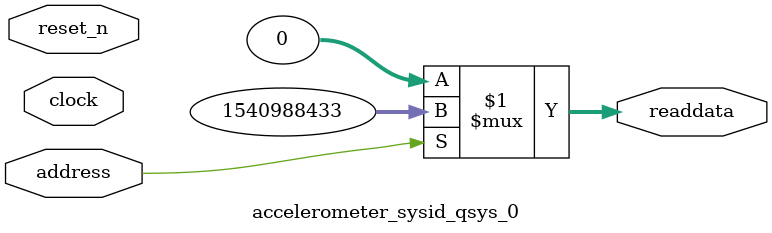
<source format=v>



// synthesis translate_off
`timescale 1ns / 1ps
// synthesis translate_on

// turn off superfluous verilog processor warnings 
// altera message_level Level1 
// altera message_off 10034 10035 10036 10037 10230 10240 10030 

module accelerometer_sysid_qsys_0 (
               // inputs:
                address,
                clock,
                reset_n,

               // outputs:
                readdata
             )
;

  output  [ 31: 0] readdata;
  input            address;
  input            clock;
  input            reset_n;

  wire    [ 31: 0] readdata;
  //control_slave, which is an e_avalon_slave
  assign readdata = address ? 1540988433 : 0;

endmodule



</source>
